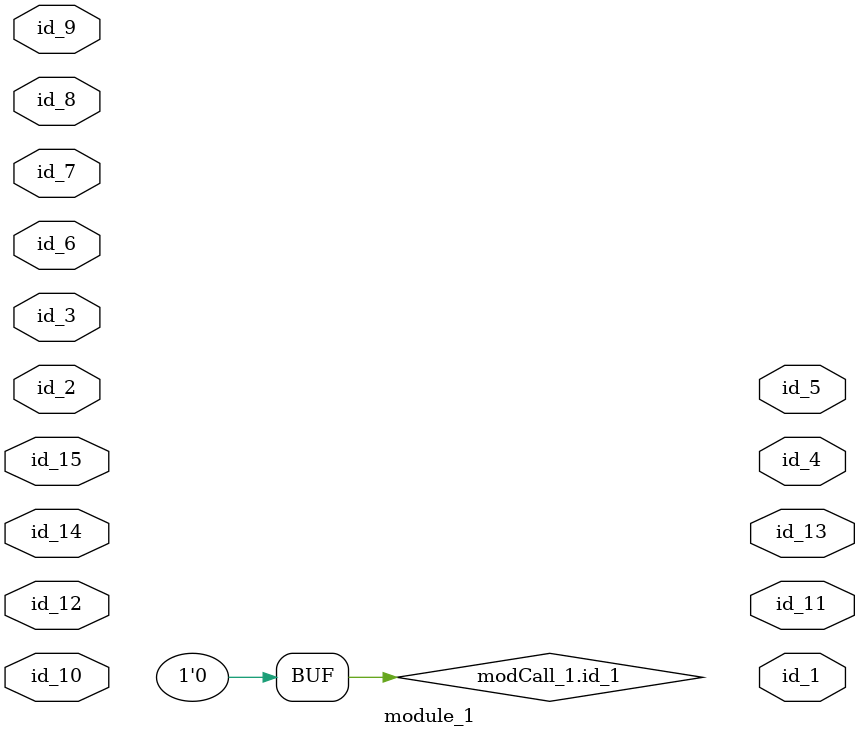
<source format=v>
module module_0 ();
  reg id_1;
  initial id_1 <= 1'h0;
  wand id_2;
  assign id_2 = 1;
  wire id_3;
endmodule
module module_1 (
    id_1,
    id_2,
    id_3,
    id_4,
    id_5,
    id_6,
    id_7,
    id_8,
    id_9,
    id_10,
    id_11,
    id_12,
    id_13,
    id_14,
    id_15
);
  input wire id_15;
  inout wire id_14;
  output wire id_13;
  inout wire id_12;
  output wire id_11;
  inout wire id_10;
  input wire id_9;
  input wire id_8;
  input wire id_7;
  inout wire id_6;
  output wire id_5;
  output wire id_4;
  inout wire id_3;
  inout wire id_2;
  output wire id_1;
  wire id_16;
  module_0 modCall_1 ();
  assign modCall_1.id_1 = 0;
endmodule

</source>
